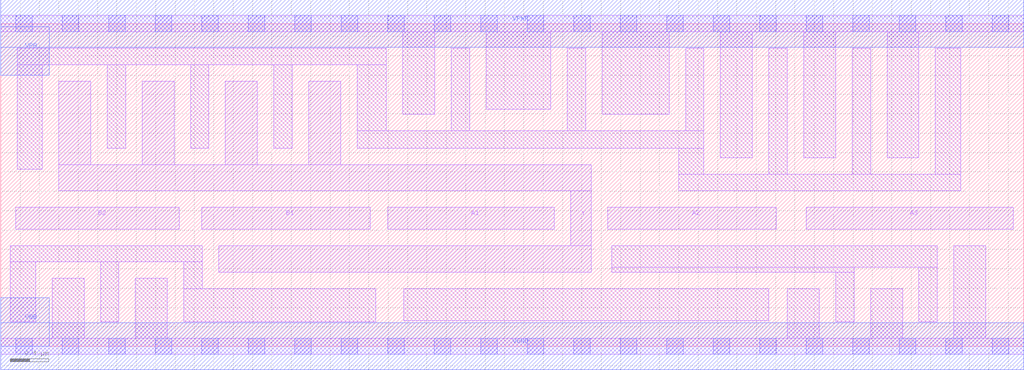
<source format=lef>
# Copyright 2020 The SkyWater PDK Authors
#
# Licensed under the Apache License, Version 2.0 (the "License");
# you may not use this file except in compliance with the License.
# You may obtain a copy of the License at
#
#     https://www.apache.org/licenses/LICENSE-2.0
#
# Unless required by applicable law or agreed to in writing, software
# distributed under the License is distributed on an "AS IS" BASIS,
# WITHOUT WARRANTIES OR CONDITIONS OF ANY KIND, either express or implied.
# See the License for the specific language governing permissions and
# limitations under the License.
#
# SPDX-License-Identifier: Apache-2.0

VERSION 5.5 ;
NAMESCASESENSITIVE ON ;
BUSBITCHARS "[]" ;
DIVIDERCHAR "/" ;
MACRO sky130_fd_sc_lp__a32oi_4
  CLASS CORE ;
  SOURCE USER ;
  ORIGIN  0.000000  0.000000 ;
  SIZE  10.56000 BY  3.330000 ;
  SYMMETRY X Y R90 ;
  SITE unit ;
  PIN A1
    ANTENNAGATEAREA  1.260000 ;
    DIRECTION INPUT ;
    USE SIGNAL ;
    PORT
      LAYER li1 ;
        RECT 3.995000 1.210000 5.715000 1.435000 ;
    END
  END A1
  PIN A2
    ANTENNAGATEAREA  1.260000 ;
    DIRECTION INPUT ;
    USE SIGNAL ;
    PORT
      LAYER li1 ;
        RECT 6.265000 1.210000 8.005000 1.435000 ;
    END
  END A2
  PIN A3
    ANTENNAGATEAREA  1.260000 ;
    DIRECTION INPUT ;
    USE SIGNAL ;
    PORT
      LAYER li1 ;
        RECT 8.315000 1.210000 10.455000 1.435000 ;
    END
  END A3
  PIN B1
    ANTENNAGATEAREA  1.260000 ;
    DIRECTION INPUT ;
    USE SIGNAL ;
    PORT
      LAYER li1 ;
        RECT 2.075000 1.210000 3.815000 1.435000 ;
    END
  END B1
  PIN B2
    ANTENNAGATEAREA  1.260000 ;
    DIRECTION INPUT ;
    USE SIGNAL ;
    PORT
      LAYER li1 ;
        RECT 0.155000 1.210000 1.845000 1.435000 ;
    END
  END B2
  PIN Y
    ANTENNADIFFAREA  2.352000 ;
    DIRECTION OUTPUT ;
    USE SIGNAL ;
    PORT
      LAYER li1 ;
        RECT 0.600000 1.605000 6.095000 1.875000 ;
        RECT 0.600000 1.875000 0.930000 2.735000 ;
        RECT 1.460000 1.875000 1.790000 2.735000 ;
        RECT 2.250000 0.765000 6.095000 1.040000 ;
        RECT 2.320000 1.875000 2.650000 2.735000 ;
        RECT 3.180000 1.875000 3.510000 2.735000 ;
        RECT 5.885000 1.040000 6.095000 1.605000 ;
    END
  END Y
  PIN VGND
    DIRECTION INOUT ;
    USE GROUND ;
    PORT
      LAYER met1 ;
        RECT 0.000000 -0.245000 10.560000 0.245000 ;
    END
  END VGND
  PIN VNB
    DIRECTION INOUT ;
    USE GROUND ;
    PORT
      LAYER met1 ;
        RECT 0.000000 0.000000 0.500000 0.500000 ;
    END
  END VNB
  PIN VPB
    DIRECTION INOUT ;
    USE POWER ;
    PORT
      LAYER met1 ;
        RECT 0.000000 2.800000 0.500000 3.300000 ;
    END
  END VPB
  PIN VPWR
    DIRECTION INOUT ;
    USE POWER ;
    PORT
      LAYER met1 ;
        RECT 0.000000 3.085000 10.560000 3.575000 ;
    END
  END VPWR
  OBS
    LAYER li1 ;
      RECT 0.000000 -0.085000 10.560000 0.085000 ;
      RECT 0.000000  3.245000 10.560000 3.415000 ;
      RECT 0.100000  0.255000  0.360000 0.870000 ;
      RECT 0.100000  0.870000  2.080000 1.040000 ;
      RECT 0.170000  1.825000  0.430000 2.905000 ;
      RECT 0.170000  2.905000  3.980000 3.075000 ;
      RECT 0.530000  0.085000  0.860000 0.700000 ;
      RECT 1.030000  0.255000  1.220000 0.870000 ;
      RECT 1.100000  2.045000  1.290000 2.905000 ;
      RECT 1.390000  0.085000  1.720000 0.700000 ;
      RECT 1.890000  0.255000  3.870000 0.595000 ;
      RECT 1.890000  0.595000  2.080000 0.870000 ;
      RECT 1.960000  2.045000  2.150000 2.905000 ;
      RECT 2.820000  2.045000  3.010000 2.905000 ;
      RECT 3.680000  2.045000  7.260000 2.225000 ;
      RECT 3.680000  2.225000  3.980000 2.905000 ;
      RECT 4.150000  2.395000  4.480000 3.245000 ;
      RECT 4.160000  0.265000  7.930000 0.595000 ;
      RECT 4.650000  2.225000  4.840000 3.075000 ;
      RECT 5.010000  2.445000  5.680000 3.245000 ;
      RECT 5.850000  2.225000  6.040000 3.075000 ;
      RECT 6.210000  2.395000  6.900000 3.245000 ;
      RECT 6.310000  0.765000  8.810000 0.815000 ;
      RECT 6.310000  0.815000  9.670000 1.040000 ;
      RECT 7.000000  1.605000  9.910000 1.775000 ;
      RECT 7.000000  1.775000  7.260000 2.045000 ;
      RECT 7.070000  2.225000  7.260000 3.075000 ;
      RECT 7.430000  1.945000  7.760000 3.245000 ;
      RECT 7.930000  1.775000  8.120000 3.075000 ;
      RECT 8.120000  0.085000  8.450000 0.595000 ;
      RECT 8.290000  1.945000  8.620000 3.245000 ;
      RECT 8.620000  0.255000  8.810000 0.765000 ;
      RECT 8.790000  1.775000  8.980000 3.075000 ;
      RECT 8.980000  0.085000  9.310000 0.595000 ;
      RECT 9.150000  1.945000  9.480000 3.245000 ;
      RECT 9.480000  0.255000  9.670000 0.815000 ;
      RECT 9.650000  1.775000  9.910000 3.075000 ;
      RECT 9.840000  0.085000 10.170000 1.040000 ;
    LAYER mcon ;
      RECT  0.155000 -0.085000  0.325000 0.085000 ;
      RECT  0.155000  3.245000  0.325000 3.415000 ;
      RECT  0.635000 -0.085000  0.805000 0.085000 ;
      RECT  0.635000  3.245000  0.805000 3.415000 ;
      RECT  1.115000 -0.085000  1.285000 0.085000 ;
      RECT  1.115000  3.245000  1.285000 3.415000 ;
      RECT  1.595000 -0.085000  1.765000 0.085000 ;
      RECT  1.595000  3.245000  1.765000 3.415000 ;
      RECT  2.075000 -0.085000  2.245000 0.085000 ;
      RECT  2.075000  3.245000  2.245000 3.415000 ;
      RECT  2.555000 -0.085000  2.725000 0.085000 ;
      RECT  2.555000  3.245000  2.725000 3.415000 ;
      RECT  3.035000 -0.085000  3.205000 0.085000 ;
      RECT  3.035000  3.245000  3.205000 3.415000 ;
      RECT  3.515000 -0.085000  3.685000 0.085000 ;
      RECT  3.515000  3.245000  3.685000 3.415000 ;
      RECT  3.995000 -0.085000  4.165000 0.085000 ;
      RECT  3.995000  3.245000  4.165000 3.415000 ;
      RECT  4.475000 -0.085000  4.645000 0.085000 ;
      RECT  4.475000  3.245000  4.645000 3.415000 ;
      RECT  4.955000 -0.085000  5.125000 0.085000 ;
      RECT  4.955000  3.245000  5.125000 3.415000 ;
      RECT  5.435000 -0.085000  5.605000 0.085000 ;
      RECT  5.435000  3.245000  5.605000 3.415000 ;
      RECT  5.915000 -0.085000  6.085000 0.085000 ;
      RECT  5.915000  3.245000  6.085000 3.415000 ;
      RECT  6.395000 -0.085000  6.565000 0.085000 ;
      RECT  6.395000  3.245000  6.565000 3.415000 ;
      RECT  6.875000 -0.085000  7.045000 0.085000 ;
      RECT  6.875000  3.245000  7.045000 3.415000 ;
      RECT  7.355000 -0.085000  7.525000 0.085000 ;
      RECT  7.355000  3.245000  7.525000 3.415000 ;
      RECT  7.835000 -0.085000  8.005000 0.085000 ;
      RECT  7.835000  3.245000  8.005000 3.415000 ;
      RECT  8.315000 -0.085000  8.485000 0.085000 ;
      RECT  8.315000  3.245000  8.485000 3.415000 ;
      RECT  8.795000 -0.085000  8.965000 0.085000 ;
      RECT  8.795000  3.245000  8.965000 3.415000 ;
      RECT  9.275000 -0.085000  9.445000 0.085000 ;
      RECT  9.275000  3.245000  9.445000 3.415000 ;
      RECT  9.755000 -0.085000  9.925000 0.085000 ;
      RECT  9.755000  3.245000  9.925000 3.415000 ;
      RECT 10.235000 -0.085000 10.405000 0.085000 ;
      RECT 10.235000  3.245000 10.405000 3.415000 ;
  END
END sky130_fd_sc_lp__a32oi_4
END LIBRARY

</source>
